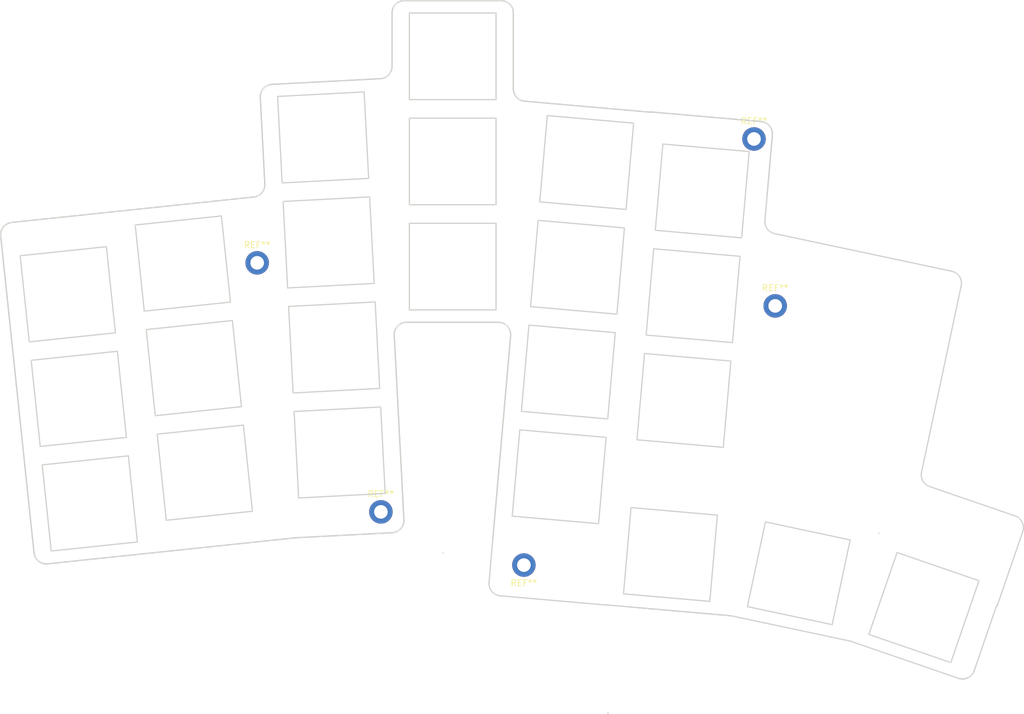
<source format=kicad_pcb>
(kicad_pcb (version 20211014) (generator pcbnew)
  (title_block (title "skyline_pcb") (rev "v1.0.0") (company "Unknown"))
  (layers (0 "F.Cu" signal) (31 "B.Cu" signal) (34 "B.Paste" user) (35 "F.Paste" user) (36 "B.SilkS" user "B.Silkscreen") (37 "F.SilkS" user "F.Silkscreen") (38 "B.Mask" user) (39 "F.Mask" user) (44 "Edge.Cuts" user))
  (net 0 "")
  (footprint "MountingHole:MountingHole_2.2mm_M2_DIN965_Pad_TopBottom" (layer "F.Cu") (at 189.92 203.813307 180)
    (fp_text reference "REF**" (at 0 -2.9) (layer "F.SilkS"))
    (fp_text value "MountingHole_2.2mm_M2_DIN965_Pad_TopBottom")
    (pad "1" connect circle (at 0 0 180) (size 3.8 3.8) (layers "F.Cu" "F.Mask"))
    (pad "1" thru_hole circle (at 0 0 180) (size 2.6 2.6) (drill 2.2) (layers *.Cu *.Mask))
    (pad "1" connect circle (at 0 0 180) (size 3.8 3.8) (layers "B.Cu" "B.Mask"))
  )
  (footprint "MountingHole:MountingHole_2.2mm_M2_DIN965_Pad_TopBottom" (layer "F.Cu") (at 227.094716 134.929619)
    (fp_text reference "REF**" (at 0 -2.9) (layer "F.SilkS"))
    (fp_text value "MountingHole_2.2mm_M2_DIN965_Pad_TopBottom")
    (pad "1" connect circle (at 0 0) (size 3.8 3.8) (layers "B.Cu" "B.Mask"))
    (pad "1" connect circle (at 0 0) (size 3.8 3.8) (layers "F.Cu" "F.Mask"))
    (pad "1" thru_hole circle (at 0 0) (size 2.6 2.6) (drill 2.2) (layers *.Cu *.Mask))
  )
  (footprint "MountingHole:MountingHole_2.2mm_M2_DIN965_Pad_TopBottom" (layer "F.Cu") (at 166.82 195.213307)
    (fp_text reference "REF**" (at 0 -2.9) (layer "F.SilkS"))
    (fp_text value "MountingHole_2.2mm_M2_DIN965_Pad_TopBottom")
    (pad "1" thru_hole circle (at 0 0) (size 2.6 2.6) (drill 2.2) (layers *.Cu *.Mask))
    (pad "1" connect circle (at 0 0) (size 3.8 3.8) (layers "F.Cu" "F.Mask"))
    (pad "1" connect circle (at 0 0) (size 3.8 3.8) (layers "B.Cu" "B.Mask"))
  )
  (footprint "MountingHole:MountingHole_2.2mm_M2_DIN965_Pad_TopBottom" (layer "F.Cu") (at 230.52 161.913307)
    (fp_text reference "REF**" (at 0 -2.9) (layer "F.SilkS"))
    (fp_text value "MountingHole_2.2mm_M2_DIN965_Pad_TopBottom")
    (pad "1" connect circle (at 0 0) (size 3.8 3.8) (layers "F.Cu" "F.Mask"))
    (pad "1" thru_hole circle (at 0 0) (size 2.6 2.6) (drill 2.2) (layers *.Cu *.Mask))
    (pad "1" connect circle (at 0 0) (size 3.8 3.8) (layers "B.Cu" "B.Mask"))
  )
  (footprint "MountingHole:MountingHole_2.2mm_M2_DIN965_Pad_TopBottom" (layer "F.Cu") (at 146.83 154.953307)
    (fp_text reference "REF**" (at 0 -2.9) (layer "F.SilkS"))
    (fp_text value "MountingHole_2.2mm_M2_DIN965_Pad_TopBottom")
    (pad "1" connect circle (at 0 0) (size 3.8 3.8) (layers "F.Cu" "F.Mask"))
    (pad "1" thru_hole circle (at 0 0) (size 2.6 2.6) (drill 2.2) (layers *.Cu *.Mask))
    (pad "1" connect circle (at 0 0) (size 3.8 3.8) (layers "B.Cu" "B.Mask"))
  )
  (gr_arc (start 170.53871 196.478552) (mid 170.027768 197.921509) (end 168.646123 198.580483) (layer "Edge.Cuts") (width 0.2))
  (gr_line (start 192.480673 145.094852) (end 206.427398 146.315032) (layer "Edge.Cuts") (width 0.2))
  (gr_arc (start 168.976231 166.664672) (mid 169.522745 165.183295) (end 170.97349 164.56) (layer "Edge.Cuts") (width 0.2))
  (gr_line (start 171.42 128.56) (end 185.42 128.56) (layer "Edge.Cuts") (width 0.2))
  (gr_line (start 128.90474 165.740941) (end 130.368139 179.664248) (layer "Edge.Cuts") (width 0.2))
  (gr_line (start 185.42 131.56) (end 171.42 131.56) (layer "Edge.Cuts") (width 0.2))
  (gr_arc (start 255.466006 191.115526) (mid 254.376401 190.209353) (end 254.160848 188.808666) (layer "Edge.Cuts") (width 0.2))
  (gr_line (start 152.641745 175.987124) (end 166.622558 175.25442) (layer "Edge.Cuts") (width 0.2))
  (gr_line (start 247.255491 198.685507) (end 247.265467 198.656537) (layer "Edge.Cuts") (width 0.2))
  (gr_arc (start 105.394915 150.615529) (mid 105.829667 149.147831) (end 107.174902 148.417428) (layer "Edge.Cuts") (width 0.2))
  (gr_arc (start 186.105749 208.781588) (mid 184.747979 208.074767) (end 184.287671 206.614887) (layer "Edge.Cuts") (width 0.2))
  (gr_line (start 168.976231 166.664672) (end 169.471057 176.106509) (layer "Edge.Cuts") (width 0.2))
  (gr_line (start 228.857303 148.098602) (end 230.066317 134.279501) (layer "Edge.Cuts") (width 0.2))
  (gr_line (start 150.862322 142.03372) (end 164.843136 141.301016) (layer "Edge.Cuts") (width 0.2))
  (gr_line (start 185.42 145.56) (end 185.42 131.56) (layer "Edge.Cuts") (width 0.2))
  (gr_line (start 164.843136 141.301016) (end 164.110432 127.320203) (layer "Edge.Cuts") (width 0.2))
  (gr_line (start 144.291445 178.200849) (end 142.828047 164.277543) (layer "Edge.Cuts") (width 0.2))
  (gr_line (start 171.42 114.56) (end 171.42 128.56) (layer "Edge.Cuts") (width 0.2))
  (gr_arc (start 228.248239 132.1128) (mid 229.606018 132.819613) (end 230.066317 134.279501) (layer "Edge.Cuts") (width 0.2))
  (gr_arc (start 153.066786 199.399706) (mid 153.118925 199.394914) (end 153.171171 199.391491) (layer "Edge.Cuts") (width 0.2))
  (gr_arc (start 168.62 123.183193) (mid 168.07073 124.559884) (end 166.724672 125.180452) (layer "Edge.Cuts") (width 0.2))
  (gr_line (start 210.312377 130.593806) (end 210.316735 130.543997) (layer "Edge.Cuts") (width 0.2))
  (gr_line (start 186.553721 180.713825) (end 186.640876 179.71763) (layer "Edge.Cuts") (width 0.2))
  (gr_line (start 141.051063 147.370671) (end 127.127756 148.834069) (layer "Edge.Cuts") (width 0.2))
  (gr_line (start 222.134693 184.780385) (end 223.354873 170.833659) (layer "Edge.Cuts") (width 0.2))
  (gr_arc (start 168.62 114.56) (mid 169.205764 113.145764) (end 170.62 112.56) (layer "Edge.Cuts") (width 0.2))
  (gr_line (start 245.649347 215.021993) (end 258.886607 219.579947) (layer "Edge.Cuts") (width 0.2))
  (gr_line (start 184.891711 199.710684) (end 186.553721 180.713825) (layer "Edge.Cuts") (width 0.2))
  (gr_arc (start 186.22 112.56) (mid 187.634226 113.145774) (end 188.22 114.56) (layer "Edge.Cuts") (width 0.2))
  (gr_line (start 210.316735 130.543997) (end 228.248239 132.1128) (layer "Edge.Cuts") (width 0.2))
  (gr_arc (start 168.62 114.56) (mid 169.205766 113.145766) (end 170.62 112.56) (layer "Edge.Cuts") (width 0.2))
  (gr_line (start 111.785808 184.633854) (end 125.709115 183.170456) (layer "Edge.Cuts") (width 0.2))
  (gr_line (start 152.798753 178.983012) (end 153.531456 192.963826) (layer "Edge.Cuts") (width 0.2))
  (gr_line (start 130.368139 179.664248) (end 144.291445 178.200849) (layer "Edge.Cuts") (width 0.2))
  (gr_arc (start 262.668681 220.88222) (mid 261.654385 222.028671) (end 260.126507 222.122121) (layer "Edge.Cuts") (width 0.2))
  (gr_line (start 223.354873 170.833659) (end 209.408148 169.613479) (layer "Edge.Cuts") (width 0.2))
  (gr_line (start 108.545426 153.803676) (end 110.008824 167.726982) (layer "Edge.Cuts") (width 0.2))
  (gr_arc (start 228.248239 132.1128) (mid 229.606022 132.81961) (end 230.066317 134.279501) (layer "Edge.Cuts") (width 0.2))
  (gr_line (start 193.700853 131.148126) (end 192.480673 145.094852) (layer "Edge.Cuts") (width 0.2))
  (gr_line (start 132.145123 196.57112) (end 146.068429 195.107722) (layer "Edge.Cuts") (width 0.2))
  (gr_line (start 153.531456 192.963826) (end 167.512269 192.231122) (layer "Edge.Cuts") (width 0.2))
  (gr_line (start 107.174901 148.417428) (end 124.38013 146.609085) (layer "Edge.Cuts") (width 0.2))
  (gr_line (start 223.267629 211.98886) (end 223.266426 212.002611) (layer "Edge.Cuts") (width 0.2))
  (gr_line (start 165.000143 144.296905) (end 151.01933 145.029608) (layer "Edge.Cuts") (width 0.2))
  (gr_line (start 110.008824 167.726982) (end 123.932131 166.263584) (layer "Edge.Cuts") (width 0.2))
  (gr_arc (start 190.045688 128.820701) (mid 188.745453 128.179484) (end 188.22 126.828311) (layer "Edge.Cuts") (width 0.2))
  (gr_arc (start 147.333456 128.199447) (mid 147.844419 126.756509) (end 149.226043 126.097516) (layer "Edge.Cuts") (width 0.2))
  (gr_line (start 127.127756 148.834069) (end 128.591155 162.757376) (layer "Edge.Cuts") (width 0.2))
  (gr_line (start 153.171171 199.391491) (end 168.646123 198.580483) (layer "Edge.Cuts") (width 0.2))
  (gr_line (start 176.89664 201.853704) (end 176.899386 201.906103) (layer "Edge.Cuts") (width 0.2))
  (gr_line (start 113.562792 201.540727) (end 127.486099 200.077328) (layer "Edge.Cuts") (width 0.2))
  (gr_line (start 188.22 126.828311) (end 188.22 114.56) (layer "Edge.Cuts") (width 0.2))
  (gr_line (start 128.591155 162.757376) (end 142.514461 161.293977) (layer "Edge.Cuts") (width 0.2))
  (gr_line (start 212.371443 135.742859) (end 211.151262 149.689585) (layer "Edge.Cuts") (width 0.2))
  (gr_line (start 170.97349 164.56) (end 185.78438 164.56) (layer "Edge.Cuts") (width 0.2))
  (gr_line (start 170.62 112.56) (end 186.22 112.56) (layer "Edge.Cuts") (width 0.2))
  (gr_line (start 185.42 128.56) (end 185.42 114.56) (layer "Edge.Cuts") (width 0.2))
  (gr_line (start 150.129619 128.052906) (end 150.862322 142.03372) (layer "Edge.Cuts") (width 0.2))
  (gr_line (start 165.732847 158.277718) (end 165.000143 144.296905) (layer "Edge.Cuts") (width 0.2))
  (gr_line (start 224.836521 153.89835) (end 210.889795 152.678169) (layer "Edge.Cuts") (width 0.2))
  (gr_line (start 203.342532 210.259496) (end 203.339918 210.289382) (layer "Edge.Cuts") (width 0.2))
  (gr_line (start 147.333456 128.199447) (end 148.067908 142.213631) (layer "Edge.Cuts") (width 0.2))
  (gr_line (start 170.62 112.56) (end 186.22 112.56) (layer "Edge.Cuts") (width 0.2))
  (gr_line (start 185.42 148.56) (end 171.42 148.56) (layer "Edge.Cuts") (width 0.2))
  (gr_line (start 112.099393 187.61742) (end 113.562792 201.540727) (layer "Edge.Cuts") (width 0.2))
  (gr_line (start 209.669615 166.624895) (end 223.616341 167.845075) (layer "Edge.Cuts") (width 0.2))
  (gr_line (start 166.779566 178.250309) (end 152.798753 178.983012) (layer "Edge.Cuts") (width 0.2))
  (gr_line (start 190.999025 162.030162) (end 204.945751 163.250342) (layer "Edge.Cuts") (width 0.2))
  (gr_line (start 266.282488 210.386963) (end 266.377039 210.41952) (layer "Edge.Cuts") (width 0.2))
  (gr_line (start 254.160848 188.808666) (end 260.565211 158.678504) (layer "Edge.Cuts") (width 0.2))
  (gr_line (start 186.640876 179.71763) (end 187.77677 166.734311) (layer "Edge.Cuts") (width 0.2))
  (gr_line (start 169.523393 177.105139) (end 170.53871 196.478552) (layer "Edge.Cuts") (width 0.2))
  (gr_line (start 207.229254 194.518347) (end 206.009074 208.465072) (layer "Edge.Cuts") (width 0.2))
  (gr_line (start 112.976231 203.613393) (end 130.18146 201.805051) (layer "Edge.Cuts") (width 0.2))
  (gr_line (start 219.955799 209.685253) (end 221.17598 195.738527) (layer "Edge.Cuts") (width 0.2))
  (gr_line (start 210.889795 152.678169) (end 209.669615 166.624895) (layer "Edge.Cuts") (width 0.2))
  (gr_line (start 186.105749 208.781588) (end 203.339918 210.289382) (layer "Edge.Cuts") (width 0.2))
  (gr_line (start 142.514461 161.293977) (end 141.051063 147.370671) (layer "Edge.Cuts") (width 0.2))
  (gr_line (start 203.342532 210.259496) (end 223.266426 212.002611) (layer "Edge.Cuts") (width 0.2))
  (gr_arc (start 112.976231 203.613393) (mid 111.508534 203.178641) (end 110.778131 201.833406) (layer "Edge.Cuts") (width 0.2))
  (gr_line (start 206.427398 146.315032) (end 207.647579 132.368306) (layer "Edge.Cuts") (width 0.2))
  (gr_line (start 142.828047 164.277543) (end 128.90474 165.740941) (layer "Edge.Cuts") (width 0.2))
  (gr_arc (start 168.976231 166.664672) (mid 169.522736 165.183286) (end 170.97349 164.56) (layer "Edge.Cuts") (width 0.2))
  (gr_line (start 105.394915 150.615529) (end 110.778131 201.833406) (layer "Edge.Cuts") (width 0.2))
  (gr_line (start 258.886607 219.579947) (end 263.444561 206.342687) (layer "Edge.Cuts") (width 0.2))
  (gr_line (start 125.709115 183.170456) (end 124.245716 169.247149) (layer "Edge.Cuts") (width 0.2))
  (gr_arc (start 259.024739 156.306385) (mid 260.286296 157.173377) (end 260.565211 158.678504) (layer "Edge.Cuts") (width 0.2))
  (gr_line (start 124.380131 146.609085) (end 146.279706 144.307347) (layer "Edge.Cuts") (width 0.2))
  (gr_line (start 207.647579 132.368306) (end 193.700853 131.148126) (layer "Edge.Cuts") (width 0.2))
  (gr_line (start 167.512269 192.231122) (end 166.779566 178.250309) (layer "Edge.Cuts") (width 0.2))
  (gr_line (start 239.723796 213.442045) (end 242.634559 199.747978) (layer "Edge.Cuts") (width 0.2))
  (gr_line (start 168.976231 166.664672) (end 169.471057 176.106509) (layer "Edge.Cuts") (width 0.2))
  (gr_line (start 105.394915 150.615529) (end 110.778131 201.833406) (layer "Edge.Cuts") (width 0.2))
  (gr_line (start 230.066317 134.279501) (end 229.19476 144.241448) (layer "Edge.Cuts") (width 0.2))
  (gr_line (start 147.333456 128.199447) (end 148.067908 142.213631) (layer "Edge.Cuts") (width 0.2))
  (gr_line (start 130.18146 201.805051) (end 153.066786 199.399706) (layer "Edge.Cuts") (width 0.2))
  (gr_line (start 210.316735 130.543997) (end 228.248239 132.1128) (layer "Edge.Cuts") (width 0.2))
  (gr_line (start 168.62 123.183193) (end 168.62 114.56) (layer "Edge.Cuts") (width 0.2))
  (gr_line (start 223.616341 167.845075) (end 224.836521 153.89835) (layer "Edge.Cuts") (width 0.2))
  (gr_line (start 189.25591 181.954055) (end 188.03573 195.900781) (layer "Edge.Cuts") (width 0.2))
  (gr_line (start 169.523393 177.105139) (end 170.53871 196.478552) (layer "Edge.Cuts") (width 0.2))
  (gr_line (start 146.068429 195.107722) (end 144.605031 181.184415) (layer "Edge.Cuts") (width 0.2))
  (gr_line (start 123.932131 166.263584) (end 122.468732 152.340277) (layer "Edge.Cuts") (width 0.2))
  (gr_line (start 269.271854 195.869261) (end 255.466006 191.115526) (layer "Edge.Cuts") (width 0.2))
  (gr_line (start 262.668681 220.88222) (end 266.282488 210.386963) (layer "Edge.Cuts") (width 0.2))
  (gr_line (start 110.32241 170.710548) (end 111.785808 184.633854) (layer "Edge.Cuts") (width 0.2))
  (gr_line (start 250.207301 201.784733) (end 245.649347 215.021993) (layer "Edge.Cuts") (width 0.2))
  (gr_line (start 171.42 148.56) (end 171.42 162.56) (layer "Edge.Cuts") (width 0.2))
  (gr_arc (start 112.976231 203.613393) (mid 111.508534 203.178641) (end 110.778131 201.833406) (layer "Edge.Cuts") (width 0.2))
  (gr_line (start 203.202636 183.174236) (end 189.25591 181.954055) (layer "Edge.Cuts") (width 0.2))
  (gr_arc (start 185.78438 164.56) (mid 187.258929 165.208825) (end 187.77677 166.734311) (layer "Edge.Cuts") (width 0.2))
  (gr_line (start 210.312377 130.593806) (end 210.316735 130.543997) (layer "Edge.Cuts") (width 0.2))
  (gr_arc (start 190.045688 128.820701) (mid 188.745458 128.179479) (end 188.22 126.828311) (layer "Edge.Cuts") (width 0.2))
  (gr_line (start 186.640876 179.71763) (end 187.77677 166.734311) (layer "Edge.Cuts") (width 0.2))
  (gr_line (start 149.226043 126.097516) (end 166.724672 125.180452) (layer "Edge.Cuts") (width 0.2))
  (gr_arc (start 203.505492 227.813288) (mid 203.508011 227.760085) (end 203.511946 227.706968) (layer "Edge.Cuts") (width 0.2))
  (gr_arc (start 242.562477 216.090106) (mid 242.68113 216.119142) (end 242.79779 216.155364) (layer "Edge.Cuts") (width 0.2))
  (gr_line (start 185.42 162.56) (end 185.42 148.56) (layer "Edge.Cuts") (width 0.2))
  (gr_line (start 230.433869 150.229208) (end 259.024739 156.306385) (layer "Edge.Cuts") (width 0.2))
  (gr_arc (start 148.067908 142.213632) (mid 147.591445 143.617186) (end 146.279706 144.307347) (layer "Edge.Cuts") (width 0.2))
  (gr_line (start 130.18146 201.805051) (end 153.066786 199.399706) (layer "Edge.Cuts") (width 0.2))
  (gr_line (start 209.408148 169.613479) (end 208.187967 183.560205) (layer "Edge.Cuts") (width 0.2))
  (gr_arc (start 168.62 123.183193) (mid 168.070729 124.559883) (end 166.724672 125.180452) (layer "Edge.Cuts") (width 0.2))
  (gr_line (start 144.605031 181.184415) (end 130.681724 182.647813) (layer "Edge.Cuts") (width 0.2))
  (gr_line (start 124.380131 146.609085) (end 146.279706 144.307347) (layer "Edge.Cuts") (width 0.2))
  (gr_line (start 207.017909 210.58105) (end 223.266426 212.002611) (layer "Edge.Cuts") (width 0.2))
  (gr_line (start 165.889855 161.273607) (end 151.909041 162.00631) (layer "Edge.Cuts") (width 0.2))
  (gr_line (start 184.287671 206.614887) (end 186.553721 180.713825) (layer "Edge.Cuts") (width 0.2))
  (gr_arc (start 170.53871 196.478552) (mid 170.027758 197.921501) (end 168.646123 198.580483) (layer "Edge.Cuts") (width 0.2))
  (gr_line (start 153.171171 199.391491) (end 168.646123 198.580483) (layer "Edge.Cuts") (width 0.2))
  (gr_line (start 107.174901 148.417428) (end 124.38013 146.609085) (layer "Edge.Cuts") (width 0.2))
  (gr_line (start 211.151262 149.689585) (end 225.097988 150.909766) (layer "Edge.Cuts") (width 0.2))
  (gr_arc (start 185.78438 164.56) (mid 187.25891 165.208842) (end 187.77677 166.734311) (layer "Edge.Cuts") (width 0.2))
  (gr_line (start 124.245716 169.247149) (end 110.32241 170.710548) (layer "Edge.Cuts") (width 0.2))
  (gr_line (start 164.110432 127.320203) (end 150.129619 128.052906) (layer "Edge.Cuts") (width 0.2))
  (gr_line (start 242.634559 199.747978) (end 228.940493 196.837215) (layer "Edge.Cuts") (width 0.2))
  (gr_line (start 171.42 131.56) (end 171.42 145.56) (layer "Edge.Cuts") (width 0.2))
  (gr_arc (start 153.066786 199.399706) (mid 153.118925 199.394915) (end 153.171171 199.391491) (layer "Edge.Cuts") (width 0.2))
  (gr_line (start 221.17598 195.738527) (end 207.229254 194.518347) (layer "Edge.Cuts") (width 0.2))
  (gr_line (start 149.226043 126.097516) (end 166.724672 125.180452) (layer "Edge.Cuts") (width 0.2))
  (gr_line (start 185.42 114.56) (end 171.42 114.56) (layer "Edge.Cuts") (width 0.2))
  (gr_line (start 225.097988 150.909766) (end 226.318169 136.96304) (layer "Edge.Cuts") (width 0.2))
  (gr_arc (start 269.271854 195.869261) (mid 270.418284 196.883566) (end 270.511755 198.411434) (layer "Edge.Cuts") (width 0.2))
  (gr_line (start 122.468732 152.340277) (end 108.545426 153.803676) (layer "Edge.Cuts") (width 0.2))
  (gr_line (start 203.464103 180.185652) (end 204.684284 166.238926) (layer "Edge.Cuts") (width 0.2))
  (gr_arc (start 148.067908 142.213632) (mid 147.591446 143.617187) (end 146.279706 144.307347) (layer "Edge.Cuts") (width 0.2))
  (gr_line (start 190.045688 128.820701) (end 210.312377 130.593806) (layer "Edge.Cuts") (width 0.2))
  (gr_line (start 226.318169 136.96304) (end 212.371443 135.742859) (layer "Edge.Cuts") (width 0.2))
  (gr_line (start 206.165931 149.303616) (end 192.219206 148.083436) (layer "Edge.Cuts") (width 0.2))
  (gr_line (start 223.267629 211.98886) (end 242.562477 216.090106) (layer "Edge.Cuts") (width 0.2))
  (gr_line (start 151.909041 162.00631) (end 152.641745 175.987124) (layer "Edge.Cuts") (width 0.2))
  (gr_line (start 242.79779 216.155365) (end 260.126507 222.122121) (layer "Edge.Cuts") (width 0.2))
  (gr_line (start 171.42 162.56) (end 185.42 162.56) (layer "Edge.Cuts") (width 0.2))
  (gr_arc (start 242.562477 216.090106) (mid 242.68113 216.11914) (end 242.79779 216.155364) (layer "Edge.Cuts") (width 0.2))
  (gr_line (start 169.471057 176.106509) (end 169.523393 177.105139) (layer "Edge.Cuts") (width 0.2))
  (gr_line (start 208.187967 183.560205) (end 222.134693 184.780385) (layer "Edge.Cuts") (width 0.2))
  (gr_arc (start 230.433869 150.229208) (mid 229.241945 149.462584) (end 228.857303 148.098602) (layer "Edge.Cuts") (width 0.2))
  (gr_line (start 112.976231 203.613393) (end 130.18146 201.805051) (layer "Edge.Cuts") (width 0.2))
  (gr_arc (start 262.668681 220.88222) (mid 261.654364 222.028627) (end 260.126507 222.122121) (layer "Edge.Cuts") (width 0.2))
  (gr_line (start 126.0227 186.154021) (end 112.099393 187.61742) (layer "Edge.Cuts") (width 0.2))
  (gr_line (start 166.622558 175.25442) (end 165.889855 161.273607) (layer "Edge.Cuts") (width 0.2))
  (gr_line (start 186.553721 180.713825) (end 186.640876 179.71763) (layer "Edge.Cuts") (width 0.2))
  (gr_line (start 169.471057 176.106509) (end 169.523393 177.105139) (layer "Edge.Cuts") (width 0.2))
  (gr_line (start 228.940493 196.837215) (end 226.029729 210.531281) (layer "Edge.Cuts") (width 0.2))
  (gr_line (start 188.22 126.828311) (end 188.22 114.56) (layer "Edge.Cuts") (width 0.2))
  (gr_line (start 171.42 145.56) (end 185.42 145.56) (layer "Edge.Cuts") (width 0.2))
  (gr_line (start 168.62 123.183193) (end 168.62 114.56) (layer "Edge.Cuts") (width 0.2))
  (gr_line (start 201.982455 197.120962) (end 203.202636 183.174236) (layer "Edge.Cuts") (width 0.2))
  (gr_line (start 226.029729 210.531281) (end 239.723796 213.442045) (layer "Edge.Cuts") (width 0.2))
  (gr_line (start 130.681724 182.647813) (end 132.145123 196.57112) (layer "Edge.Cuts") (width 0.2))
  (gr_line (start 192.219206 148.083436) (end 190.999025 162.030162) (layer "Edge.Cuts") (width 0.2))
  (gr_line (start 127.486099 200.077328) (end 126.0227 186.154021) (layer "Edge.Cuts") (width 0.2))
  (gr_line (start 223.267629 211.98886) (end 223.266426 212.002611) (layer "Edge.Cuts") (width 0.2))
  (gr_line (start 190.045688 128.820701) (end 210.312377 130.593806) (layer "Edge.Cuts") (width 0.2))
  (gr_line (start 151.01933 145.029608) (end 151.752033 159.010422) (layer "Edge.Cuts") (width 0.2))
  (gr_arc (start 105.394915 150.615529) (mid 105.829667 149.147831) (end 107.174902 148.417428) (layer "Edge.Cuts") (width 0.2))
  (gr_line (start 206.009074 208.465072) (end 219.955799 209.685253) (layer "Edge.Cuts") (width 0.2))
  (gr_line (start 189.517377 178.965471) (end 203.464103 180.185652) (layer "Edge.Cuts") (width 0.2))
  (gr_line (start 151.752033 159.010422) (end 165.732847 158.277718) (layer "Edge.Cuts") (width 0.2))
  (gr_arc (start 186.22 112.56) (mid 187.634231 113.145769) (end 188.22 114.56) (layer "Edge.Cuts") (width 0.2))
  (gr_line (start 204.945751 163.250342) (end 206.165931 149.303616) (layer "Edge.Cuts") (width 0.2))
  (gr_line (start 188.03573 195.900781) (end 201.982455 197.120962) (layer "Edge.Cuts") (width 0.2))
  (gr_line (start 204.684284 166.238926) (end 190.737558 165.018746) (layer "Edge.Cuts") (width 0.2))
  (gr_line (start 170.97349 164.56) (end 185.78438 164.56) (layer "Edge.Cuts") (width 0.2))
  (gr_arc (start 147.333456 128.199447) (mid 147.844419 126.756508) (end 149.226043 126.097516) (layer "Edge.Cuts") (width 0.2))
  (gr_line (start 266.377039 210.41952) (end 270.511755 198.411434) (layer "Edge.Cuts") (width 0.2))
  (gr_line (start 263.444561 206.342687) (end 250.207301 201.784733) (layer "Edge.Cuts") (width 0.2))
  (gr_line (start 190.737558 165.018746) (end 189.517377 178.965471) (layer "Edge.Cuts") (width 0.2))
)
</source>
